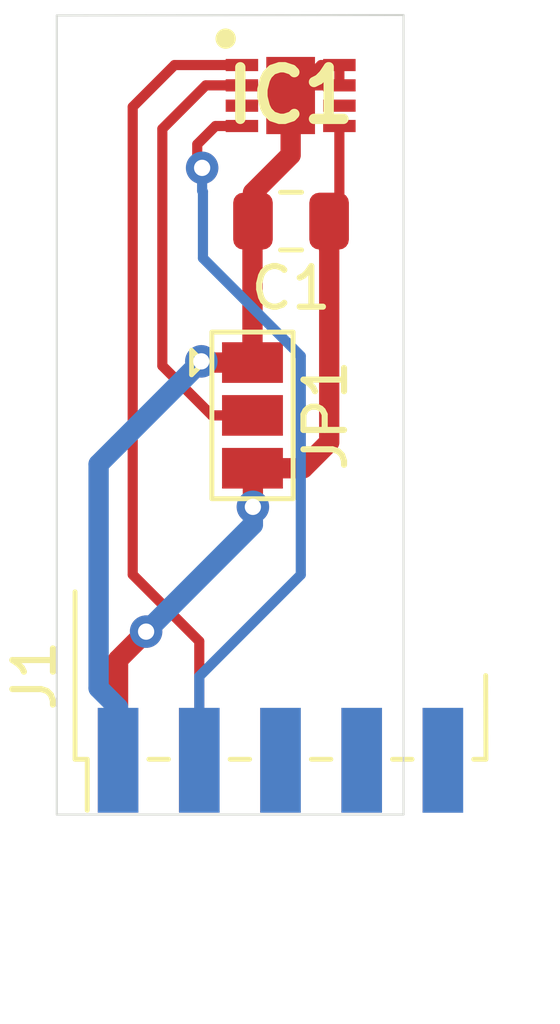
<source format=kicad_pcb>
(kicad_pcb (version 20171130) (host pcbnew "(5.1.5)-3")

  (general
    (thickness 1.6)
    (drawings 4)
    (tracks 59)
    (zones 0)
    (modules 4)
    (nets 12)
  )

  (page A4)
  (layers
    (0 F.Cu signal)
    (31 B.Cu signal)
    (32 B.Adhes user)
    (33 F.Adhes user)
    (34 B.Paste user)
    (35 F.Paste user)
    (36 B.SilkS user)
    (37 F.SilkS user)
    (38 B.Mask user)
    (39 F.Mask user)
    (40 Dwgs.User user)
    (41 Cmts.User user)
    (42 Eco1.User user)
    (43 Eco2.User user)
    (44 Edge.Cuts user)
    (45 Margin user)
    (46 B.CrtYd user)
    (47 F.CrtYd user)
    (48 B.Fab user)
    (49 F.Fab user)
  )

  (setup
    (last_trace_width 0.25)
    (user_trace_width 0.5)
    (trace_clearance 0.2)
    (zone_clearance 0.508)
    (zone_45_only no)
    (trace_min 0.2)
    (via_size 0.8)
    (via_drill 0.4)
    (via_min_size 0.4)
    (via_min_drill 0.3)
    (uvia_size 0.3)
    (uvia_drill 0.1)
    (uvias_allowed no)
    (uvia_min_size 0.2)
    (uvia_min_drill 0.1)
    (edge_width 0.05)
    (segment_width 0.2)
    (pcb_text_width 0.3)
    (pcb_text_size 1.5 1.5)
    (mod_edge_width 0.12)
    (mod_text_size 1 1)
    (mod_text_width 0.15)
    (pad_size 1.524 1.524)
    (pad_drill 0.762)
    (pad_to_mask_clearance 0.051)
    (solder_mask_min_width 0.25)
    (aux_axis_origin 0 0)
    (visible_elements 7FFFFFFF)
    (pcbplotparams
      (layerselection 0x010fc_ffffffff)
      (usegerberextensions false)
      (usegerberattributes false)
      (usegerberadvancedattributes false)
      (creategerberjobfile false)
      (excludeedgelayer true)
      (linewidth 0.100000)
      (plotframeref false)
      (viasonmask false)
      (mode 1)
      (useauxorigin false)
      (hpglpennumber 1)
      (hpglpenspeed 20)
      (hpglpendiameter 15.000000)
      (psnegative false)
      (psa4output false)
      (plotreference true)
      (plotvalue true)
      (plotinvisibletext false)
      (padsonsilk false)
      (subtractmaskfromsilk false)
      (outputformat 1)
      (mirror false)
      (drillshape 0)
      (scaleselection 1)
      (outputdirectory "/gerber"))
  )

  (net 0 "")
  (net 1 GND)
  (net 2 +3V3)
  (net 3 "Net-(IC1-Pad6)")
  (net 4 "Net-(IC1-Pad3)")
  (net 5 "Net-(IC1-Pad2)")
  (net 6 /SCL)
  (net 7 /SDA)
  (net 8 "Net-(J1-Pad5)")
  (net 9 "Net-(J1-Pad6)")
  (net 10 "Net-(J1-Pad7)")
  (net 11 "Net-(J1-Pad8)")

  (net_class Default "This is the default net class."
    (clearance 0.2)
    (trace_width 0.25)
    (via_dia 0.8)
    (via_drill 0.4)
    (uvia_dia 0.3)
    (uvia_drill 0.1)
    (add_net +3V3)
    (add_net /SCL)
    (add_net /SDA)
    (add_net GND)
    (add_net "Net-(IC1-Pad2)")
    (add_net "Net-(IC1-Pad3)")
    (add_net "Net-(IC1-Pad6)")
    (add_net "Net-(J1-Pad5)")
    (add_net "Net-(J1-Pad6)")
    (add_net "Net-(J1-Pad7)")
    (add_net "Net-(J1-Pad8)")
  )

  (module "KiCad ms library:PinHeader_2x05_P2.00mm_Vertical_SMD" (layer F.Cu) (tedit 5EA9B861) (tstamp 5ECCCFAC)
    (at 152.78 102.66 90)
    (descr "surface-mounted straight pin header, 2x05, 2.00mm pitch, double rows")
    (tags "Surface mounted pin header SMD 2x05 2.00mm double row")
    (path /5EBAA228)
    (attr smd)
    (fp_text reference J1 (at 0 -6.06 90) (layer F.SilkS)
      (effects (font (size 1 1) (thickness 0.15)))
    )
    (fp_text value Conn_02x04_Odd_Even (at 0 6.06 90) (layer F.Fab)
      (effects (font (size 1 1) (thickness 0.15)))
    )
    (fp_line (start 2 5) (end -2 5) (layer F.Fab) (width 0.1))
    (fp_line (start -1.25 -5) (end 2 -5) (layer F.Fab) (width 0.1))
    (fp_line (start -2 5) (end -2 -4.25) (layer F.Fab) (width 0.1))
    (fp_line (start -2 -4.25) (end -1.25 -5) (layer F.Fab) (width 0.1))
    (fp_line (start -2 -4.25) (end -2.875 -4.25) (layer F.Fab) (width 0.1))
    (fp_line (start -2.875 -4.25) (end -2.875 -3.75) (layer F.Fab) (width 0.1))
    (fp_line (start -2.875 -3.75) (end -2 -3.75) (layer F.Fab) (width 0.1))
    (fp_line (start -2 -2.25) (end -2.875 -2.25) (layer F.Fab) (width 0.1))
    (fp_line (start -2.875 -2.25) (end -2.875 -1.75) (layer F.Fab) (width 0.1))
    (fp_line (start -2.875 -1.75) (end -2 -1.75) (layer F.Fab) (width 0.1))
    (fp_line (start -2 -0.25) (end -2.875 -0.25) (layer F.Fab) (width 0.1))
    (fp_line (start -2.875 -0.25) (end -2.875 0.25) (layer F.Fab) (width 0.1))
    (fp_line (start -2.875 0.25) (end -2 0.25) (layer F.Fab) (width 0.1))
    (fp_line (start -2 1.75) (end -2.875 1.75) (layer F.Fab) (width 0.1))
    (fp_line (start -2.875 1.75) (end -2.875 2.25) (layer F.Fab) (width 0.1))
    (fp_line (start -2.875 2.25) (end -2 2.25) (layer F.Fab) (width 0.1))
    (fp_line (start -2 3.75) (end -2.875 3.75) (layer F.Fab) (width 0.1))
    (fp_line (start -2.875 3.75) (end -2.875 4.25) (layer F.Fab) (width 0.1))
    (fp_line (start -2.875 4.25) (end -2 4.25) (layer F.Fab) (width 0.1))
    (fp_line (start -2.06 -5.06) (end 2.06 -5.06) (layer F.SilkS) (width 0.12))
    (fp_line (start -2.06 5.06) (end 0 5.0546) (layer F.SilkS) (width 0.12))
    (fp_line (start -3.315 -4.76) (end -2.06 -4.76) (layer F.SilkS) (width 0.12))
    (fp_line (start -2.06 -5.06) (end -2.06 -4.76) (layer F.SilkS) (width 0.12))
    (fp_line (start -2.06 4.76) (end -2.06 5.06) (layer F.SilkS) (width 0.12))
    (fp_line (start -2.06 -3.24) (end -2.06 -2.76) (layer F.SilkS) (width 0.12))
    (fp_line (start -2.06 -1.24) (end -2.06 -0.76) (layer F.SilkS) (width 0.12))
    (fp_line (start -2.06 0.76) (end -2.06 1.24) (layer F.SilkS) (width 0.12))
    (fp_line (start -2.06 2.76) (end -2.06 3.24) (layer F.SilkS) (width 0.12))
    (fp_line (start -4.9 -5.5) (end -4.9 5.5) (layer F.CrtYd) (width 0.05))
    (fp_line (start -4.9 5.5) (end 0 5.5) (layer F.CrtYd) (width 0.05))
    (fp_line (start 0 5.5) (end 0 -5.5) (layer F.CrtYd) (width 0.05))
    (fp_line (start 0 -5.5) (end -4.9 -5.5) (layer F.CrtYd) (width 0.05))
    (pad 1 smd rect (at -2.085 -4 90) (size 2.58 1) (layers F.Cu F.Paste F.Mask)
      (net 2 +3V3))
    (pad 2 smd rect (at -2.085 -4 270) (size 2.58 1) (layers B.Cu B.Paste B.Mask)
      (net 1 GND))
    (pad 3 smd rect (at -2.085 -2 90) (size 2.58 1) (layers F.Cu F.Paste F.Mask)
      (net 7 /SDA))
    (pad 4 smd rect (at -2.085 -2 270) (size 2.58 1) (layers B.Cu B.Paste B.Mask)
      (net 6 /SCL))
    (pad 5 smd rect (at -2.085 0 90) (size 2.58 1) (layers F.Cu F.Paste F.Mask)
      (net 8 "Net-(J1-Pad5)"))
    (pad 6 smd rect (at -2.085 0 270) (size 2.58 1) (layers B.Cu B.Paste B.Mask)
      (net 9 "Net-(J1-Pad6)"))
    (pad 7 smd rect (at -2.085 2 90) (size 2.58 1) (layers F.Cu F.Paste F.Mask)
      (net 10 "Net-(J1-Pad7)"))
    (pad 8 smd rect (at -2.085 2 270) (size 2.58 1) (layers B.Cu B.Paste B.Mask)
      (net 11 "Net-(J1-Pad8)"))
    (pad 9 smd rect (at -2.085 4 90) (size 2.58 1) (layers F.Cu F.Paste F.Mask))
    (pad 10 smd rect (at -2.085 4 270) (size 2.58 1) (layers B.Cu B.Paste B.Mask))
    (model ${KISYS3DMOD}/Connector_PinHeader_2.00mm.3dshapes/PinHeader_2x05_P2.00mm_Vertical_SMD.wrl
      (at (xyz 0 0 0))
      (scale (xyz 1 1 1))
      (rotate (xyz 0 0 0))
    )
  )

  (module Jumper:SolderJumper-3_P1.3mm_Open_Pad1.0x1.5mm (layer F.Cu) (tedit 5A3F8BB2) (tstamp 5EADA745)
    (at 152.09 96.26 270)
    (descr "SMD Solder 3-pad Jumper, 1x1.5mm Pads, 0.3mm gap, open")
    (tags "solder jumper open")
    (path /5EAD858C)
    (attr virtual)
    (fp_text reference JP1 (at 0 -1.8 90) (layer F.SilkS)
      (effects (font (size 1 1) (thickness 0.15)))
    )
    (fp_text value SolderJumper_3_Bridged12 (at 0 2 90) (layer F.Fab)
      (effects (font (size 1 1) (thickness 0.15)))
    )
    (fp_line (start 2.3 1.25) (end -2.3 1.25) (layer F.CrtYd) (width 0.05))
    (fp_line (start 2.3 1.25) (end 2.3 -1.25) (layer F.CrtYd) (width 0.05))
    (fp_line (start -2.3 -1.25) (end -2.3 1.25) (layer F.CrtYd) (width 0.05))
    (fp_line (start -2.3 -1.25) (end 2.3 -1.25) (layer F.CrtYd) (width 0.05))
    (fp_line (start -2.05 -1) (end 2.05 -1) (layer F.SilkS) (width 0.12))
    (fp_line (start 2.05 -1) (end 2.05 1) (layer F.SilkS) (width 0.12))
    (fp_line (start 2.05 1) (end -2.05 1) (layer F.SilkS) (width 0.12))
    (fp_line (start -2.05 1) (end -2.05 -1) (layer F.SilkS) (width 0.12))
    (fp_line (start -1.3 1.2) (end -1.6 1.5) (layer F.SilkS) (width 0.12))
    (fp_line (start -1.6 1.5) (end -1 1.5) (layer F.SilkS) (width 0.12))
    (fp_line (start -1.3 1.2) (end -1 1.5) (layer F.SilkS) (width 0.12))
    (pad 1 smd rect (at -1.3 0 270) (size 1 1.5) (layers F.Cu F.Mask)
      (net 1 GND))
    (pad 2 smd rect (at 0 0 270) (size 1 1.5) (layers F.Cu F.Mask)
      (net 5 "Net-(IC1-Pad2)"))
    (pad 3 smd rect (at 1.3 0 270) (size 1 1.5) (layers F.Cu F.Mask)
      (net 2 +3V3))
  )

  (module "KiCad ms library:SON50P250X250X100-9N-D" (layer F.Cu) (tedit 0) (tstamp 5EADA3B8)
    (at 153.03 88.39)
    (descr SHT3x-DIS-1)
    (tags "Integrated Circuit")
    (path /5EAD4CB4)
    (attr smd)
    (fp_text reference IC1 (at 0 0) (layer F.SilkS)
      (effects (font (size 1.27 1.27) (thickness 0.254)))
    )
    (fp_text value SHT31-DIS-B2.5KS (at 0 0) (layer F.SilkS) hide
      (effects (font (size 1.27 1.27) (thickness 0.254)))
    )
    (fp_circle (center -1.6 -1.4) (end -1.6 -1.275) (layer F.SilkS) (width 0.25))
    (fp_line (start -1.25 -0.625) (end -0.625 -1.25) (layer F.Fab) (width 0.1))
    (fp_line (start -1.25 1.25) (end -1.25 -1.25) (layer F.Fab) (width 0.1))
    (fp_line (start 1.25 1.25) (end -1.25 1.25) (layer F.Fab) (width 0.1))
    (fp_line (start 1.25 -1.25) (end 1.25 1.25) (layer F.Fab) (width 0.1))
    (fp_line (start -1.25 -1.25) (end 1.25 -1.25) (layer F.Fab) (width 0.1))
    (fp_line (start -1.85 1.55) (end -1.85 -1.55) (layer F.CrtYd) (width 0.05))
    (fp_line (start 1.85 1.55) (end -1.85 1.55) (layer F.CrtYd) (width 0.05))
    (fp_line (start 1.85 -1.55) (end 1.85 1.55) (layer F.CrtYd) (width 0.05))
    (fp_line (start -1.85 -1.55) (end 1.85 -1.55) (layer F.CrtYd) (width 0.05))
    (fp_text user %R (at 0 0) (layer F.Fab)
      (effects (font (size 1.27 1.27) (thickness 0.254)))
    )
    (pad 9 smd rect (at 0 0) (size 1.2 1.9) (layers F.Cu F.Paste F.Mask)
      (net 1 GND))
    (pad 8 smd rect (at 1.2 -0.75 90) (size 0.3 0.8) (layers F.Cu F.Paste F.Mask)
      (net 1 GND))
    (pad 7 smd rect (at 1.2 -0.25 90) (size 0.3 0.8) (layers F.Cu F.Paste F.Mask)
      (net 1 GND))
    (pad 6 smd rect (at 1.2 0.25 90) (size 0.3 0.8) (layers F.Cu F.Paste F.Mask)
      (net 3 "Net-(IC1-Pad6)"))
    (pad 5 smd rect (at 1.2 0.75 90) (size 0.3 0.8) (layers F.Cu F.Paste F.Mask)
      (net 2 +3V3))
    (pad 4 smd rect (at -1.2 0.75 90) (size 0.3 0.8) (layers F.Cu F.Paste F.Mask)
      (net 6 /SCL))
    (pad 3 smd rect (at -1.2 0.25 90) (size 0.3 0.8) (layers F.Cu F.Paste F.Mask)
      (net 4 "Net-(IC1-Pad3)"))
    (pad 2 smd rect (at -1.2 -0.25 90) (size 0.3 0.8) (layers F.Cu F.Paste F.Mask)
      (net 5 "Net-(IC1-Pad2)"))
    (pad 1 smd rect (at -1.2 -0.75 90) (size 0.3 0.8) (layers F.Cu F.Paste F.Mask)
      (net 7 /SDA))
    (model "C:\\Users\\a0484903\\Documents\\KiCad ms library\\SamacSys_Parts.3dshapes\\SHT31-DIS-B2.5KS.stp"
      (at (xyz 0 0 0))
      (scale (xyz 1 1 1))
      (rotate (xyz 0 0 0))
    )
  )

  (module Capacitor_SMD:C_0805_2012Metric (layer F.Cu) (tedit 5B36C52B) (tstamp 5EADA3A0)
    (at 153.04 91.48 180)
    (descr "Capacitor SMD 0805 (2012 Metric), square (rectangular) end terminal, IPC_7351 nominal, (Body size source: https://docs.google.com/spreadsheets/d/1BsfQQcO9C6DZCsRaXUlFlo91Tg2WpOkGARC1WS5S8t0/edit?usp=sharing), generated with kicad-footprint-generator")
    (tags capacitor)
    (path /5EAD76CF)
    (attr smd)
    (fp_text reference C1 (at 0 -1.65) (layer F.SilkS)
      (effects (font (size 1 1) (thickness 0.15)))
    )
    (fp_text value 100nF (at 0 1.65) (layer F.Fab)
      (effects (font (size 1 1) (thickness 0.15)))
    )
    (fp_text user %R (at 0 0) (layer F.Fab)
      (effects (font (size 0.5 0.5) (thickness 0.08)))
    )
    (fp_line (start 1.68 0.95) (end -1.68 0.95) (layer F.CrtYd) (width 0.05))
    (fp_line (start 1.68 -0.95) (end 1.68 0.95) (layer F.CrtYd) (width 0.05))
    (fp_line (start -1.68 -0.95) (end 1.68 -0.95) (layer F.CrtYd) (width 0.05))
    (fp_line (start -1.68 0.95) (end -1.68 -0.95) (layer F.CrtYd) (width 0.05))
    (fp_line (start -0.258578 0.71) (end 0.258578 0.71) (layer F.SilkS) (width 0.12))
    (fp_line (start -0.258578 -0.71) (end 0.258578 -0.71) (layer F.SilkS) (width 0.12))
    (fp_line (start 1 0.6) (end -1 0.6) (layer F.Fab) (width 0.1))
    (fp_line (start 1 -0.6) (end 1 0.6) (layer F.Fab) (width 0.1))
    (fp_line (start -1 -0.6) (end 1 -0.6) (layer F.Fab) (width 0.1))
    (fp_line (start -1 0.6) (end -1 -0.6) (layer F.Fab) (width 0.1))
    (pad 2 smd roundrect (at 0.9375 0 180) (size 0.975 1.4) (layers F.Cu F.Paste F.Mask) (roundrect_rratio 0.25)
      (net 1 GND))
    (pad 1 smd roundrect (at -0.9375 0 180) (size 0.975 1.4) (layers F.Cu F.Paste F.Mask) (roundrect_rratio 0.25)
      (net 2 +3V3))
    (model ${KISYS3DMOD}/Capacitor_SMD.3dshapes/C_0805_2012Metric.wrl
      (at (xyz 0 0 0))
      (scale (xyz 1 1 1))
      (rotate (xyz 0 0 0))
    )
  )

  (gr_line (start 147.27 106.08) (end 147.27 86.42) (layer Edge.Cuts) (width 0.05))
  (gr_line (start 155.81 86.41) (end 147.27 86.42) (layer Edge.Cuts) (width 0.05))
  (gr_line (start 155.81 106.08) (end 155.81 86.41) (layer Edge.Cuts) (width 0.05))
  (gr_line (start 147.27 106.08) (end 155.81 106.08) (layer Edge.Cuts) (width 0.05))

  (segment (start 153.03 89.8525) (end 153.03 88.39) (width 0.5) (layer F.Cu) (net 1))
  (segment (start 152.1025 91.48) (end 152.1025 90.78) (width 0.5) (layer F.Cu) (net 1))
  (segment (start 152.1025 90.78) (end 153.03 89.8525) (width 0.5) (layer F.Cu) (net 1))
  (segment (start 152.09 91.4925) (end 152.1025 91.48) (width 0.5) (layer F.Cu) (net 1))
  (segment (start 152.09 94.96) (end 152.09 94.96) (width 0.5) (layer F.Cu) (net 1))
  (segment (start 153.28 88.14) (end 153.03 88.39) (width 0.25) (layer F.Cu) (net 1))
  (segment (start 154.23 88.14) (end 153.28 88.14) (width 0.25) (layer F.Cu) (net 1))
  (segment (start 153.78 87.64) (end 153.03 88.39) (width 0.25) (layer F.Cu) (net 1))
  (segment (start 154.23 87.64) (end 153.78 87.64) (width 0.25) (layer F.Cu) (net 1))
  (segment (start 154.23 88.14) (end 154.23 87.64) (width 0.25) (layer F.Cu) (net 1))
  (segment (start 152.09 94.93) (end 152.09 91.4925) (width 0.5) (layer F.Cu) (net 1) (tstamp 5EADA9E4))
  (via (at 150.83 94.93) (size 0.8) (drill 0.4) (layers F.Cu B.Cu) (net 1))
  (segment (start 152.09 94.96) (end 152.09 94.93) (width 0.5) (layer F.Cu) (net 1) (tstamp 5EADAABC))
  (segment (start 150.86 94.96) (end 150.83 94.93) (width 0.5) (layer F.Cu) (net 1))
  (segment (start 152.09 94.96) (end 150.86 94.96) (width 0.5) (layer F.Cu) (net 1))
  (segment (start 148.79 96.97) (end 150.83 94.93) (width 0.5) (layer B.Cu) (net 1))
  (segment (start 148.3 97.46) (end 148.79 96.97) (width 0.5) (layer B.Cu) (net 1))
  (segment (start 148.3 102.97) (end 148.3 97.46) (width 0.5) (layer B.Cu) (net 1))
  (segment (start 148.78 104.715) (end 148.78 103.45) (width 0.5) (layer B.Cu) (net 1))
  (segment (start 148.78 103.45) (end 148.3 102.97) (width 0.5) (layer B.Cu) (net 1))
  (segment (start 153.34 97.56) (end 152.09 97.56) (width 0.5) (layer F.Cu) (net 2))
  (segment (start 153.98 96.92) (end 153.34 97.56) (width 0.5) (layer F.Cu) (net 2))
  (segment (start 153.98 92.1825) (end 153.98 96.92) (width 0.5) (layer F.Cu) (net 2))
  (segment (start 153.9775 92.18) (end 153.98 92.1825) (width 0.5) (layer F.Cu) (net 2))
  (segment (start 153.9775 91.48) (end 153.9775 92.18) (width 0.5) (layer F.Cu) (net 2))
  (segment (start 152.09 97.56) (end 152.09 97.56) (width 0.5) (layer F.Cu) (net 2) (tstamp 5EADA801))
  (via (at 152.1 98.51) (size 0.8) (drill 0.4) (layers F.Cu B.Cu) (net 2))
  (via (at 149.47 101.58) (size 0.8) (drill 0.4) (layers F.Cu B.Cu) (net 2))
  (segment (start 154.23 91.2275) (end 153.9775 91.48) (width 0.25) (layer F.Cu) (net 2))
  (segment (start 154.23 89.14) (end 154.23 91.2275) (width 0.25) (layer F.Cu) (net 2))
  (segment (start 152.1 97.57) (end 152.09 97.56) (width 0.5) (layer F.Cu) (net 2))
  (segment (start 152.1 98.51) (end 152.1 97.57) (width 0.5) (layer F.Cu) (net 2))
  (segment (start 148.78 102.27) (end 149.47 101.58) (width 0.5) (layer F.Cu) (net 2))
  (segment (start 148.78 104.715) (end 148.78 102.27) (width 0.5) (layer F.Cu) (net 2))
  (segment (start 152.1 98.95) (end 149.47 101.58) (width 0.5) (layer B.Cu) (net 2))
  (segment (start 152.1 98.51) (end 152.1 98.95) (width 0.5) (layer B.Cu) (net 2))
  (segment (start 151.83 88.14) (end 150.94 88.14) (width 0.25) (layer F.Cu) (net 5))
  (segment (start 150.94 88.14) (end 149.87 89.21) (width 0.25) (layer F.Cu) (net 5))
  (segment (start 151.09 96.26) (end 152.09 96.26) (width 0.25) (layer F.Cu) (net 5))
  (segment (start 149.87 95.04) (end 151.09 96.26) (width 0.25) (layer F.Cu) (net 5))
  (segment (start 149.87 89.21) (end 149.87 95.04) (width 0.25) (layer F.Cu) (net 5))
  (segment (start 151.18 89.14) (end 150.73 89.59) (width 0.25) (layer F.Cu) (net 6))
  (segment (start 151.83 89.14) (end 151.18 89.14) (width 0.25) (layer F.Cu) (net 6))
  (segment (start 150.73 89.59) (end 150.73 90.05) (width 0.25) (layer F.Cu) (net 6))
  (segment (start 150.73 90.05) (end 150.85 90.17) (width 0.25) (layer F.Cu) (net 6))
  (segment (start 150.85 90.17) (end 150.85 90.17) (width 0.25) (layer F.Cu) (net 6) (tstamp 5EADB0E2))
  (via (at 150.85 90.17) (size 0.8) (drill 0.4) (layers F.Cu B.Cu) (net 6) (status 1000000))
  (segment (start 150.85 90.735685) (end 150.87 90.755685) (width 0.25) (layer B.Cu) (net 6))
  (segment (start 150.85 90.17) (end 150.85 90.735685) (width 0.25) (layer B.Cu) (net 6))
  (segment (start 150.87 90.755685) (end 150.87 92.39) (width 0.25) (layer B.Cu) (net 6))
  (segment (start 150.87 92.39) (end 153.28 94.8) (width 0.25) (layer B.Cu) (net 6))
  (segment (start 153.28 94.8) (end 153.28 100.18) (width 0.25) (layer B.Cu) (net 6))
  (segment (start 150.78 102.68) (end 150.78 104.715) (width 0.25) (layer B.Cu) (net 6))
  (segment (start 153.28 100.18) (end 150.78 102.68) (width 0.25) (layer B.Cu) (net 6))
  (segment (start 149.14 88.67) (end 149.14 100.176998) (width 0.25) (layer F.Cu) (net 7))
  (segment (start 150.78 101.816998) (end 150.78 104.715) (width 0.25) (layer F.Cu) (net 7))
  (segment (start 149.14 100.176998) (end 150.78 101.816998) (width 0.25) (layer F.Cu) (net 7))
  (segment (start 151.83 87.64) (end 150.17 87.64) (width 0.25) (layer F.Cu) (net 7))
  (segment (start 150.17 87.64) (end 149.14 88.67) (width 0.25) (layer F.Cu) (net 7))

)

</source>
